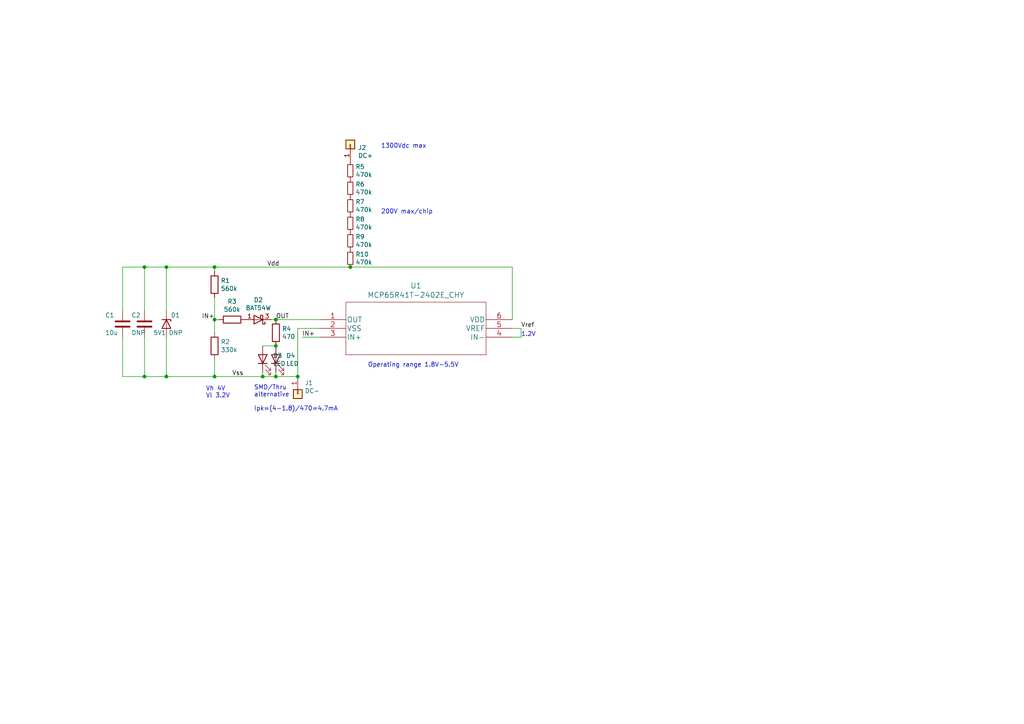
<source format=kicad_sch>
(kicad_sch (version 20211123) (generator eeschema)
  (paper "A4")
  (title_block (title "HV flasher") (date "2021-11-02") (rev "A") (company "NXP Toulouse") (comment 1 "Xavier Bourlot"))
  (lib_symbols
    (symbol "Connector_Generic:Conn_01x01" (pin_names (offset 1.016) hide)
      (property "Reference" "J" (at 0 2.54 0))
      (property "Value" "Conn_01x01" (at 0 -2.54 0))
      (symbol "Conn_01x01_1_1"
        (rectangle (start -1.27 0.127) (end 0 -0.127) (stroke (width 0.1524)))
        (rectangle (start -1.27 1.27) (end 1.27 -1.27) (stroke (width 0.254)) (fill (type background)))
        (pin passive line (at -5.08 0 0) (length 3.81) (name "Pin_1") (number "1"))
      )
    )
    (symbol "Device:C" (pin_numbers hide) (pin_names (offset 0.254))
      (property "Reference" "C" (at 0.635 2.54 0))
      (property "Value" "C" (at 0.635 -2.54 0))
      (symbol "C_0_1"
        (polyline (pts (xy -2.032 -0.762) (xy 2.032 -0.762)) (stroke (width 0.508)))
        (polyline (pts (xy -2.032 0.762) (xy 2.032 0.762)) (stroke (width 0.508)))
      )
      (symbol "C_1_1"
        (pin passive line (at 0 3.81 270) (length 2.794) (name "~") (number "1"))
        (pin passive line (at 0 -3.81 90) (length 2.794) (name "~") (number "2"))
      )
    )
    (symbol "Device:D_Zener" (pin_numbers hide) (pin_names (offset 1.016) hide)
      (property "Reference" "D" (at 0 2.54 0))
      (property "Value" "D_Zener" (at 0 -2.54 0))
      (symbol "D_Zener_0_1"
        (polyline (pts (xy 1.27 0) (xy -1.27 0)))
        (polyline (pts (xy -1.27 -1.27) (xy -1.27 1.27) (xy -0.762 1.27)) (stroke (width 0.254)))
        (polyline (pts (xy 1.27 -1.27) (xy 1.27 1.27) (xy -1.27 0) (xy 1.27 -1.27)) (stroke (width 0.254)))
      )
      (symbol "D_Zener_1_1"
        (pin passive line (at -3.81 0 0) (length 2.54) (name "K") (number "1"))
        (pin passive line (at 3.81 0 180) (length 2.54) (name "A") (number "2"))
      )
    )
    (symbol "Device:LED" (pin_numbers hide) (pin_names (offset 1.016) hide)
      (property "Reference" "D" (at 0 2.54 0))
      (property "Value" "LED" (at 0 -2.54 0))
      (symbol "LED_0_1"
        (polyline (pts (xy -1.27 -1.27) (xy -1.27 1.27)) (stroke (width 0.254)))
        (polyline (pts (xy -1.27 0) (xy 1.27 0)))
        (polyline (pts (xy 1.27 -1.27) (xy 1.27 1.27) (xy -1.27 0) (xy 1.27 -1.27)) (stroke (width 0.254)))
        (polyline (pts (xy -3.048 -0.762) (xy -4.572 -2.286) (xy -3.81 -2.286) (xy -4.572 -2.286) (xy -4.572 -1.524)))
        (polyline (pts (xy -1.778 -0.762) (xy -3.302 -2.286) (xy -2.54 -2.286) (xy -3.302 -2.286) (xy -3.302 -1.524)))
      )
      (symbol "LED_1_1"
        (pin passive line (at -3.81 0 0) (length 2.54) (name "K") (number "1"))
        (pin passive line (at 3.81 0 180) (length 2.54) (name "A") (number "2"))
      )
    )
    (symbol "Device:R" (pin_numbers hide) (pin_names (offset 0))
      (property "Reference" "R" (at 2.032 0 90))
      (property "Value" "R" (at 0 0 90))
      (symbol "R_0_1"
        (rectangle (start -1.016 -2.54) (end 1.016 2.54) (stroke (width 0.254)))
      )
      (symbol "R_1_1"
        (pin passive line (at 0 3.81 270) (length 1.27) (name "~") (number "1"))
        (pin passive line (at 0 -3.81 90) (length 1.27) (name "~") (number "2"))
      )
    )
    (symbol "Device:R_Small" (pin_numbers hide) (pin_names (offset 0.254) hide)
      (property "Reference" "R" (at 0.762 0.508 0))
      (property "Value" "R_Small" (at 0.762 -1.016 0))
      (symbol "R_Small_0_1"
        (rectangle (start -0.762 1.778) (end 0.762 -1.778) (stroke (width 0.2032)))
      )
      (symbol "R_Small_1_1"
        (pin passive line (at 0 2.54 270) (length 0.762) (name "~") (number "1"))
        (pin passive line (at 0 -2.54 90) (length 0.762) (name "~") (number "2"))
      )
    )
    (symbol "Diode:BAT54W" (pin_names (offset 1.016) hide)
      (property "Reference" "D" (at 0 2.54 0))
      (property "Value" "BAT54W" (at 0 -2.54 0))
      (symbol "BAT54W_0_1"
        (polyline (pts (xy 1.27 0) (xy -1.27 0)))
        (polyline (pts (xy 1.27 1.27) (xy 1.27 -1.27) (xy -1.27 0) (xy 1.27 1.27)) (stroke (width 0.254)))
        (polyline (pts (xy -1.905 0.635) (xy -1.905 1.27) (xy -1.27 1.27) (xy -1.27 -1.27) (xy -0.635 -1.27) (xy -0.635 -0.635)) (stroke (width 0.254)))
      )
      (symbol "BAT54W_1_1"
        (pin passive line (at 3.81 0 180) (length 2.54) (name "A") (number "1"))
        (pin no_connect line (at 0 0 90) (length 2.54) hide (name "NC") (number "2"))
        (pin passive line (at -3.81 0 0) (length 2.54) (name "K") (number "3"))
      )
    )
    (symbol "MCP65R41T-2402E:MCP65R41T-2402E_CHY" (pin_names (offset 0.254))
      (property "Reference" "U" (at 27.94 10.16 0))
      (property "Value" "MCP65R41T-2402E_CHY" (at 27.94 7.62 0))
      (symbol "MCP65R41T-2402E_CHY_1_1"
        (polyline (pts (xy 7.62 -10.16) (xy 48.26 -10.16)) (stroke (width 0.127)))
        (polyline (pts (xy 7.62 5.08) (xy 7.62 -10.16)) (stroke (width 0.127)))
        (polyline (pts (xy 48.26 -10.16) (xy 48.26 5.08)) (stroke (width 0.127)))
        (polyline (pts (xy 48.26 5.08) (xy 7.62 5.08)) (stroke (width 0.127)))
        (pin output line (at 0 0 0) (length 7.62) (name "OUT") (number "1"))
        (pin power_in line (at 0 -2.54 0) (length 7.62) (name "VSS") (number "2"))
        (pin input line (at 0 -5.08 0) (length 7.62) (name "IN+") (number "3"))
        (pin input line (at 55.88 -5.08 180) (length 7.62) (name "IN-") (number "4"))
        (pin power_in line (at 55.88 -2.54 180) (length 7.62) (name "VREF") (number "5"))
        (pin power_in line (at 55.88 0 180) (length 7.62) (name "VDD") (number "6"))
      )
    )
  )
  (junction (at 86.36 109.22))
  (junction (at 101.6 77.47))
  (junction (at 62.23 109.22))
  (junction (at 62.23 92.71))
  (junction (at 80.01 109.22))
  (junction (at 80.01 100.33))
  (junction (at 62.23 77.47))
  (junction (at 48.26 109.22))
  (junction (at 80.01 92.71))
  (junction (at 41.91 109.22))
  (junction (at 76.2 109.22))
  (junction (at 41.91 77.47))
  (junction (at 48.26 77.47))
  (wire (pts (xy 62.23 78.74) (xy 62.23 77.47)))
  (wire (pts (xy 63.5 92.71) (xy 62.23 92.71)))
  (wire (pts (xy 41.91 97.79) (xy 41.91 109.22)))
  (wire (pts (xy 86.36 109.22) (xy 80.01 109.22)))
  (wire (pts (xy 35.56 109.22) (xy 41.91 109.22)))
  (wire (pts (xy 148.59 95.25) (xy 151.13 95.25)))
  (wire (pts (xy 62.23 104.14) (xy 62.23 109.22)))
  (wire (pts (xy 151.13 95.25) (xy 151.13 97.79)))
  (wire (pts (xy 41.91 109.22) (xy 48.26 109.22)))
  (wire (pts (xy 41.91 77.47) (xy 48.26 77.47)))
  (wire (pts (xy 62.23 109.22) (xy 76.2 109.22)))
  (wire (pts (xy 48.26 109.22) (xy 62.23 109.22)))
  (wire (pts (xy 92.71 92.71) (xy 80.01 92.71)))
  (wire (pts (xy 86.36 95.25) (xy 86.36 109.22)))
  (wire (pts (xy 41.91 90.17) (xy 41.91 77.47)))
  (wire (pts (xy 48.26 77.47) (xy 62.23 77.47)))
  (wire (pts (xy 92.71 95.25) (xy 86.36 95.25)))
  (wire (pts (xy 148.59 77.47) (xy 101.6 77.47)))
  (wire (pts (xy 80.01 109.22) (xy 80.01 107.95)))
  (wire (pts (xy 148.59 92.71) (xy 148.59 77.47)))
  (wire (pts (xy 76.2 100.33) (xy 80.01 100.33)))
  (wire (pts (xy 62.23 77.47) (xy 101.6 77.47)))
  (wire (pts (xy 35.56 97.79) (xy 35.56 109.22)))
  (wire (pts (xy 78.74 92.71) (xy 80.01 92.71)))
  (wire (pts (xy 48.26 90.17) (xy 48.26 77.47)))
  (wire (pts (xy 35.56 90.17) (xy 35.56 77.47)))
  (wire (pts (xy 151.13 97.79) (xy 148.59 97.79)))
  (wire (pts (xy 48.26 97.79) (xy 48.26 109.22)))
  (wire (pts (xy 76.2 109.22) (xy 80.01 109.22)))
  (wire (pts (xy 92.71 97.79) (xy 87.63 97.79)))
  (wire (pts (xy 62.23 92.71) (xy 62.23 96.52)))
  (wire (pts (xy 35.56 77.47) (xy 41.91 77.47)))
  (wire (pts (xy 76.2 107.95) (xy 76.2 109.22)))
  (wire (pts (xy 62.23 86.36) (xy 62.23 92.71)))
  (text "1.2V" (at 151.13 97.79 0) (effects (font (size 1.27 1.27)) (justify left bottom)))
  (text "SMD/Thru\nalternative\n\nIpk=(4-1.8)/470=4.7mA" (at 73.66 119.38 0) (effects (font (size 1.27 1.27)) (justify left bottom)))
  (text "Operating range 1.8V-5.5V" (at 106.68 106.68 0) (effects (font (size 1.27 1.27)) (justify left bottom)))
  (text "1300Vdc max" (at 110.49 43.18 0) (effects (font (size 1.27 1.27)) (justify left bottom)))
  (text "Vh 4V\nVl 3.2V" (at 59.69 115.57 0) (effects (font (size 1.27 1.27)) (justify left bottom)))
  (text "200V max/chip" (at 110.49 62.23 0) (effects (font (size 1.27 1.27)) (justify left bottom)))
  (label "OUT" (at 80.01 92.71 0))
  (label "Vss" (at 67.31 109.22 0))
  (label "Vref" (at 151.13 95.25 0))
  (label "IN+" (at 62.23 92.71 180))
  (label "IN+" (at 87.63 97.79 0))
  (label "Vdd" (at 77.47 77.47 0))
  (symbol (lib_id "Device:LED") (at 80.01 104.14 90) (unit 1)
    (property "Reference" "D4" (at 82.9818 103.1494 90) (effects (justify right)))
    (property "Value" "LED" (at 82.9818 105.4608 90) (effects (justify right)))
    (property "Footprint" "LED_THT:LED_D5.0mm" (effects hide))
  )
  (symbol (lib_id "Device:R_Small") (at 101.6 74.93 0) (unit 1)
    (property "Reference" "R10" (at 103.0986 73.7616 0) (effects (justify left)))
    (property "Value" "470k" (at 103.0986 76.073 0) (effects (justify left)))
    (property "Footprint" "Resistor_SMD:R_1210_3225Metric_Pad1.42x2.65mm_HandSolder" (effects hide))
  )
  (symbol (lib_id "Device:R_Small") (at 101.6 69.85 0) (unit 1)
    (property "Reference" "R9" (at 103.0986 68.6816 0) (effects (justify left)))
    (property "Value" "470k" (at 103.0986 70.993 0) (effects (justify left)))
    (property "Footprint" "Resistor_SMD:R_1210_3225Metric_Pad1.42x2.65mm_HandSolder" (effects hide))
  )
  (symbol (lib_id "Device:R_Small") (at 101.6 64.77 0) (unit 1)
    (property "Reference" "R8" (at 103.0986 63.6016 0) (effects (justify left)))
    (property "Value" "470k" (at 103.0986 65.913 0) (effects (justify left)))
    (property "Footprint" "Resistor_SMD:R_1210_3225Metric_Pad1.42x2.65mm_HandSolder" (effects hide))
  )
  (symbol (lib_id "Device:R_Small") (at 101.6 59.69 0) (unit 1)
    (property "Reference" "R7" (at 103.0986 58.5216 0) (effects (justify left)))
    (property "Value" "470k" (at 103.0986 60.833 0) (effects (justify left)))
    (property "Footprint" "Resistor_SMD:R_1210_3225Metric_Pad1.42x2.65mm_HandSolder" (effects hide))
  )
  (symbol (lib_id "Device:R_Small") (at 101.6 54.61 0) (unit 1)
    (property "Reference" "R6" (at 103.0986 53.4416 0) (effects (justify left)))
    (property "Value" "470k" (at 103.0986 55.753 0) (effects (justify left)))
    (property "Footprint" "Resistor_SMD:R_1210_3225Metric_Pad1.42x2.65mm_HandSolder" (effects hide))
  )
  (symbol (lib_id "Device:R_Small") (at 101.6 49.53 0) (unit 1)
    (property "Reference" "R5" (at 103.0986 48.3616 0) (effects (justify left)))
    (property "Value" "470k" (at 103.0986 50.673 0) (effects (justify left)))
    (property "Footprint" "Resistor_SMD:R_1210_3225Metric_Pad1.42x2.65mm_HandSolder" (effects hide))
  )
  (symbol (lib_id "Connector_Generic:Conn_01x01") (at 101.6 41.91 90) (unit 1)
    (property "Reference" "J2" (at 103.8352 42.8244 90) (effects (justify right)))
    (property "Value" "DC+" (at 103.8352 45.1358 90) (effects (justify right)))
    (property "Footprint" "TestPoint:TestPoint_THTPad_D2.5mm_Drill1.2mm" (effects hide))
  )
  (symbol (lib_id "Diode:BAT54W") (at 74.93 92.71 180) (unit 1)
    (property "Reference" "D2" (at 74.93 86.995 0))
    (property "Value" "BAT54W" (at 74.93 89.3064 0))
    (property "Footprint" "Package_TO_SOT_SMD:SOT-23" (effects hide))
    (property "Datasheet" "https://assets.nexperia.com/documents/data-sheet/BAT54W_SER.pdf" (effects hide))
  )
  (symbol (lib_id "Device:R") (at 80.01 96.52 0) (unit 1)
    (property "Reference" "R4" (at 81.788 95.3516 0) (effects (justify left)))
    (property "Value" "470" (at 81.788 97.663 0) (effects (justify left)))
    (property "Footprint" "Resistor_SMD:R_0805_2012Metric_Pad1.15x1.40mm_HandSolder" (effects hide))
  )
  (symbol (lib_id "Device:R") (at 67.31 92.71 270) (unit 1)
    (property "Reference" "R3" (at 67.31 87.4522 90))
    (property "Value" "560k" (at 67.31 89.7636 90))
    (property "Footprint" "Resistor_SMD:R_0805_2012Metric_Pad1.15x1.40mm_HandSolder" (effects hide))
  )
  (symbol (lib_id "Device:R") (at 62.23 100.33 180) (unit 1)
    (property "Reference" "R2" (at 64.008 99.1616 0) (effects (justify right)))
    (property "Value" "330k" (at 64.008 101.473 0) (effects (justify right)))
    (property "Footprint" "Resistor_SMD:R_0805_2012Metric_Pad1.15x1.40mm_HandSolder" (effects hide))
  )
  (symbol (lib_id "Device:R") (at 62.23 82.55 180) (unit 1)
    (property "Reference" "R1" (at 64.008 81.3816 0) (effects (justify right)))
    (property "Value" "560k" (at 64.008 83.693 0) (effects (justify right)))
    (property "Footprint" "Resistor_SMD:R_0805_2012Metric_Pad1.15x1.40mm_HandSolder" (effects hide))
  )
  (symbol (lib_id "Device:D_Zener") (at 48.26 93.98 270) (unit 1)
    (property "Reference" "D1" (at 49.53 91.44 90) (effects (justify left)))
    (property "Value" "5V1 DNP" (at 44.45 96.52 90) (effects (justify left)))
    (property "Footprint" "Diode_SMD:D_MiniMELF" (effects hide))
  )
  (symbol (lib_id "Device:LED") (at 76.2 104.14 90) (unit 1)
    (property "Reference" "D3" (at 79.1718 103.1494 90) (effects (justify right)))
    (property "Value" "LED" (at 79.1718 105.4608 90) (effects (justify right)))
    (property "Footprint" "LED_SMD:LED_0805_2012Metric_Pad1.15x1.40mm_HandSolder" (effects hide))
  )
  (symbol (lib_id "Connector_Generic:Conn_01x01") (at 86.36 114.3 270) (unit 1)
    (property "Reference" "J1" (at 88.392 111.0488 90) (effects (justify left)))
    (property "Value" "DC-" (at 88.392 113.3602 90) (effects (justify left)))
    (property "Footprint" "TestPoint:TestPoint_THTPad_D2.5mm_Drill1.2mm" (effects hide))
  )
  (symbol (lib_id "Device:C") (at 41.91 93.98 0) (unit 1)
    (property "Reference" "C2" (at 38.1 91.44 0) (effects (justify left)))
    (property "Value" "DNP" (at 38.1 96.52 0) (effects (justify left)))
    (property "Footprint" "Capacitor_SMD:C_0805_2012Metric_Pad1.15x1.40mm_HandSolder" (effects hide))
  )
  (symbol (lib_id "Device:C") (at 35.56 93.98 0) (unit 1)
    (property "Reference" "C1" (at 30.48 91.44 0) (effects (justify left)))
    (property "Value" "10u" (at 30.48 96.52 0) (effects (justify left)))
    (property "Footprint" "Capacitor_SMD:C_0805_2012Metric_Pad1.15x1.40mm_HandSolder" (effects hide))
  )
  (symbol (lib_id "MCP65R41T-2402E:MCP65R41T-2402E_CHY") (at 92.71 92.71 0) (unit 1)
    (property "Reference" "U1" (at 120.65 82.8802 0) (effects (font (size 1.524 1.524))))
    (property "Value" "MCP65R41T-2402E_CHY" (at 120.65 85.5726 0) (effects (font (size 1.524 1.524))))
    (property "Footprint" "footprints:MCP65R41T-2402E" (effects hide))
  )
)
</source>
